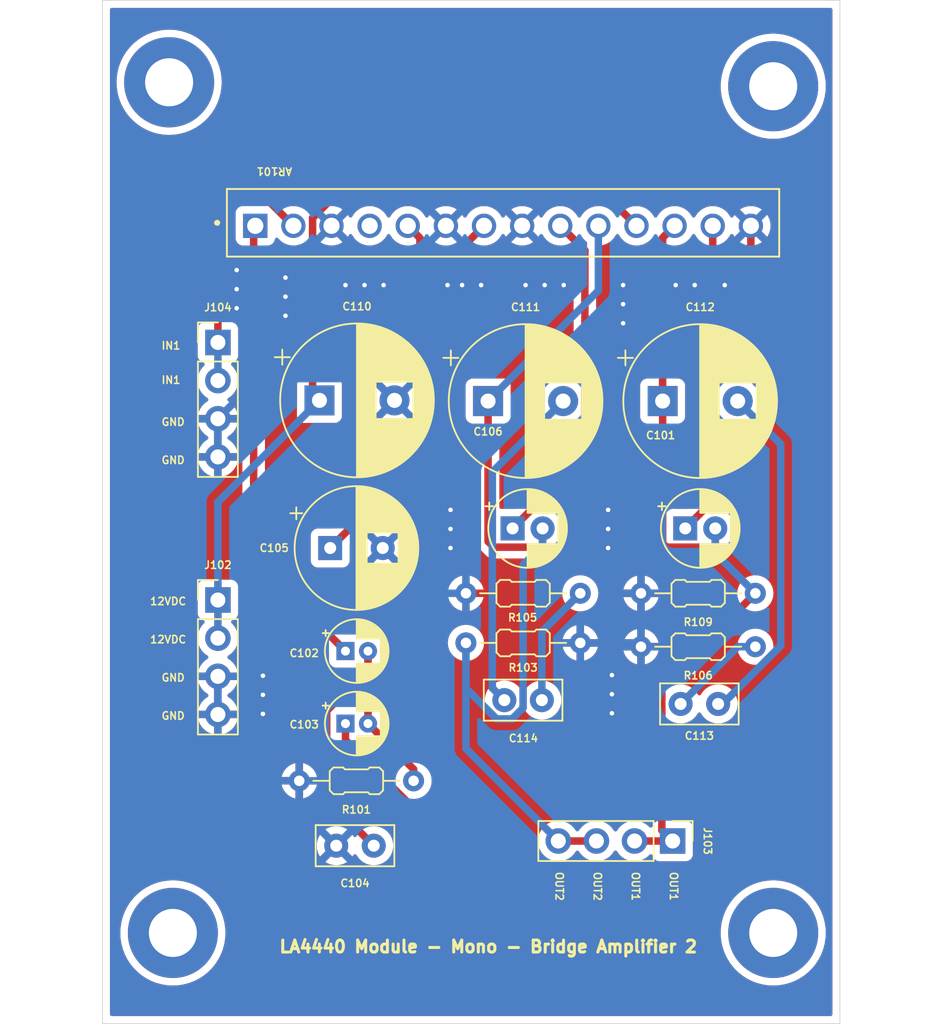
<source format=kicad_pcb>
(kicad_pcb (version 20221018) (generator pcbnew)
  (layers (0 "F.Cu" signal) (31 "B.Cu" signal) (34 "B.Paste" user) (35 "F.Paste" user) (36 "B.SilkS" user "B.Silkscreen") (37 "F.SilkS" user "F.Silkscreen") (38 "B.Mask" user) (39 "F.Mask" user) (44 "Edge.Cuts" user))
  (net 0 "")
  (net 1 "NF1")
  (net 2 "IN1")
  (net 3 "GND")
  (net 5 "D.C")
  (net 6 "NF2")
  (net 7 "B.S2")
  (net 8 "OUT2")
  (net 9 "+12VDC")
  (net 10 "OUT1")
  (net 11 "B.S1")
  (net 12 "Net-(R101-+)")
  (net 13 "Net-(C111-Pad2)")
  (net 14 "Net-(C112-Pad2)")
  (net 15 "Net-(R106-+)")
  (net 16 "Net-(R105-+)")
  (footprint "Connector_PinHeader_2.54mm:PinHeader_1x04_P2.54mm_Vertical" (layer "F.Cu") (at 128 79.315)
    (fp_text reference "J104" (at 0 -2.33 unlocked) (layer "F.SilkS") (effects (font (size 0.5 0.5) (thickness 0.1))))
    (fp_text value "PINHD_1x4_Male")
    (pad "1" thru_hole rect (at 0 0) (size 1.7 1.7) (drill 1) (layers "*.Cu" "*.Mask") (net 2 "IN1"))
    (pad "2" thru_hole oval (at 0 2.54) (size 1.7 1.7) (drill 1) (layers "*.Cu" "*.Mask") (net 2 "IN1"))
    (pad "3" thru_hole oval (at 0 5.08) (size 1.7 1.7) (drill 1) (layers "*.Cu" "*.Mask") (net 3 "GND"))
    (pad "4" thru_hole oval (at 0 7.62) (size 1.7 1.7) (drill 1) (layers "*.Cu" "*.Mask") (net 3 "GND"))
  )
  (footprint "Capacitor_THT:CP_Radial_D5.0mm_P2.00mm" (layer "F.Cu") (at 159.138832 91.694)
    (fp_text reference "C101" (at -1.638832 -6.194 unlocked) (layer "F.SilkS") (effects (font (size 0.5 0.5) (thickness 0.1))))
    (fp_text value "100uF_10V")
    (pad "1" thru_hole rect (at 0 0) (size 1.6 1.6) (drill 0.8) (layers "*.Cu" "*.Mask") (net 11 "B.S1"))
    (pad "2" thru_hole circle (at 2 0) (size 1.6 1.6) (drill 0.8) (layers "*.Cu" "*.Mask") (net 10 "OUT1"))
  )
  (footprint "Capacitor_THT:C_Disc_D5.0mm_W2.5mm_P2.50mm" (layer "F.Cu") (at 161.329775 103.378 180)
    (fp_text reference "C113" (at 1.25 -2.122 unlocked) (layer "F.SilkS") (effects (font (size 0.5 0.5) (thickness 0.1))))
    (fp_text value "0.1uF_Polyester_film")
    (pad "1" thru_hole circle (at 0 0 180) (size 1.6 1.6) (drill 0.8) (layers "*.Cu" "*.Mask") (net 14 "Net-(C112-Pad2)"))
    (pad "2" thru_hole circle (at 2.5 0 180) (size 1.6 1.6) (drill 0.8) (layers "*.Cu" "*.Mask") (net 15 "Net-(R106-+)"))
  )
  (footprint "PCM_SL_Mechanical:MountingHole_3.2mm_With_Spacer_H10mm" (layer "F.Cu") (at 124.75 62)
    (fp_text reference "H104" hide)
    (fp_text value "M3_Hole_With_Spacer_H10mm")
    (pad "1" thru_hole circle (at 0 0) (size 6 6) (drill 3.2) (layers "*.Cu" "*.Mask"))
  )
  (footprint "Capacitor_THT:CP_Radial_D10.0mm_P5.00mm" (layer "F.Cu") (at 134.767323 83.172379)
    (fp_text reference "C110" (at 2.5 -6.25 unlocked) (layer "F.SilkS") (effects (font (size 0.5 0.5) (thickness 0.1))))
    (fp_text value "1000uF_16V")
    (pad "1" thru_hole rect (at 0 0) (size 2 2) (drill 1) (layers "*.Cu" "*.Mask") (net 9 "+12VDC"))
    (pad "2" thru_hole circle (at 5 0) (size 2 2) (drill 1) (layers "*.Cu" "*.Mask") (net 3 "GND"))
  )
  (footprint "PCM_Resistor_THT_AKL:R_Axial_DIN0204_L3.6mm_D1.6mm_P7.62mm_Horizontal" (layer "F.Cu") (at 144.526 99.314)
    (fp_text reference "R103" (at 3.81 1.651 unlocked) (layer "F.SilkS") (effects (font (size 0.5 0.5) (thickness 0.1))))
    (fp_text value "430R" hide)
    (pad "1" thru_hole circle (at 0 0) (size 1.4 1.4) (drill 0.7) (layers "*.Cu" "*.Mask") (net 8 "OUT2"))
    (pad "2" thru_hole oval (at 7.62 0) (size 1.4 1.4) (drill 0.7) (layers "*.Cu" "*.Mask") (net 3 "GND"))
  )
  (footprint "PCM_SL_Mechanical:MountingHole_3.2mm_With_Spacer_H10mm" (layer "F.Cu") (at 125 118.619)
    (fp_text reference "H102" hide)
    (fp_text value "M3_Hole_With_Spacer_H10mm")
    (pad "1" thru_hole circle (at 0 0) (size 6 6) (drill 3.2) (layers "*.Cu" "*.Mask"))
  )
  (footprint "Capacitor_THT:CP_Radial_D8.0mm_P3.50mm" (layer "F.Cu") (at 135.482349 93)
    (fp_text reference "C105" (at -3.732349 0 unlocked) (layer "F.SilkS") (effects (font (size 0.5 0.5) (thickness 0.1))))
    (fp_text value "220uF_16V")
    (pad "1" thru_hole rect (at 0 0) (size 1.6 1.6) (drill 0.8) (layers "*.Cu" "*.Mask") (net 5 "D.C"))
    (pad "2" thru_hole circle (at 3.5 0) (size 1.6 1.6) (drill 0.8) (layers "*.Cu" "*.Mask") (net 3 "GND"))
  )
  (footprint "Capacitor_THT:CP_Radial_D10.0mm_P5.00mm" (layer "F.Cu") (at 157.632323 83.218056)
    (fp_text reference "C112" (at 2.5 -6.25 unlocked) (layer "F.SilkS") (effects (font (size 0.5 0.5) (thickness 0.1))))
    (fp_text value "1000uF_16V")
    (pad "1" thru_hole rect (at 0 0) (size 2 2) (drill 1) (layers "*.Cu" "*.Mask") (net 10 "OUT1"))
    (pad "2" thru_hole circle (at 5 0) (size 2 2) (drill 1) (layers "*.Cu" "*.Mask") (net 14 "Net-(C112-Pad2)"))
  )
  (footprint "PCM_SL_Mechanical:MountingHole_3.2mm_With_Spacer_H10mm" (layer "F.Cu") (at 165 62.263056)
    (fp_text reference "H101" hide)
    (fp_text value "M3_Hole_With_Spacer_H10mm")
    (pad "1" thru_hole circle (at 0 0) (size 6 6) (drill 3.2) (layers "*.Cu" "*.Mask"))
  )
  (footprint "PCM_Resistor_THT_AKL:R_Axial_DIN0204_L3.6mm_D1.6mm_P7.62mm_Horizontal" (layer "F.Cu") (at 163.81 96.012 180)
    (fp_text reference "R109" (at 3.81 -1.92 unlocked) (layer "F.SilkS") (effects (font (size 0.5 0.5) (thickness 0.1))))
    (fp_text value "430R" hide)
    (pad "1" thru_hole circle (at 0 0 180) (size 1.4 1.4) (drill 0.7) (layers "*.Cu" "*.Mask") (net 10 "OUT1"))
    (pad "2" thru_hole oval (at 7.62 0 180) (size 1.4 1.4) (drill 0.7) (layers "*.Cu" "*.Mask") (net 3 "GND"))
  )
  (footprint "Capacitor_THT:CP_Radial_D4.0mm_P1.50mm" (layer "F.Cu") (at 136.5 104.684)
    (fp_text reference "C103" (at -2.75 0.066 unlocked) (layer "F.SilkS") (effects (font (size 0.5 0.5) (thickness 0.1))))
    (fp_text value "47uF_6.3V")
    (pad "1" thru_hole rect (at 0 0) (size 1.2 1.2) (drill 0.6) (layers "*.Cu" "*.Mask") (net 6 "NF2"))
    (pad "2" thru_hole circle (at 1.5 0) (size 1.2 1.2) (drill 0.6) (layers "*.Cu" "*.Mask") (net 12 "Net-(R101-+)"))
  )
  (footprint "Capacitor_THT:CP_Radial_D10.0mm_P5.00mm" (layer "F.Cu") (at 146.001379 83.218056)
    (fp_text reference "C111" (at 2.5 -6.25 unlocked) (layer "F.SilkS") (effects (font (size 0.5 0.5) (thickness 0.1))))
    (fp_text value "1000uF_16V")
    (pad "1" thru_hole rect (at 0 0) (size 2 2) (drill 1) (layers "*.Cu" "*.Mask") (net 8 "OUT2"))
    (pad "2" thru_hole circle (at 5 0) (size 2 2) (drill 1) (layers "*.Cu" "*.Mask") (net 13 "Net-(C111-Pad2)"))
  )
  (footprint "Capacitor_THT:CP_Radial_D4.0mm_P1.50mm" (layer "F.Cu") (at 136.5 99.858)
    (fp_text reference "C102" (at -2.75 0.142 unlocked) (layer "F.SilkS") (effects (font (size 0.5 0.5) (thickness 0.1))))
    (fp_text value "47uF_6.3V")
    (pad "1" thru_hole rect (at 0 0) (size 1.2 1.2) (drill 0.6) (layers "*.Cu" "*.Mask") (net 1 "NF1"))
    (pad "2" thru_hole circle (at 1.5 0) (size 1.2 1.2) (drill 0.6) (layers "*.Cu" "*.Mask") (net 12 "Net-(R101-+)"))
  )
  (footprint "Capacitor_THT:C_Disc_D5.0mm_W2.5mm_P2.50mm" (layer "F.Cu") (at 138.385 112.812 180)
    (fp_text reference "C104" (at 1.25 -2.5 unlocked) (layer "F.SilkS") (effects (font (size 0.5 0.5) (thickness 0.1))))
    (fp_text value "4.7nF_Ceramic")
    (pad "1" thru_hole circle (at 0 0 180) (size 1.6 1.6) (drill 0.8) (layers "*.Cu" "*.Mask") (net 12 "Net-(R101-+)"))
    (pad "2" thru_hole circle (at 2.5 0 180) (size 1.6 1.6) (drill 0.8) (layers "*.Cu" "*.Mask") (net 3 "GND"))
  )
  (footprint "PCM_Resistor_THT_AKL:R_Axial_DIN0204_L3.6mm_D1.6mm_P7.62mm_Horizontal" (layer "F.Cu") (at 163.81 99.568 180)
    (fp_text reference "R106" (at 3.81 -1.92 unlocked) (layer "F.SilkS") (effects (font (size 0.5 0.5) (thickness 0.1))))
    (fp_text value "4.7R" hide)
    (pad "1" thru_hole circle (at 0 0 180) (size 1.4 1.4) (drill 0.7) (layers "*.Cu" "*.Mask") (net 15 "Net-(R106-+)"))
    (pad "2" thru_hole oval (at 7.62 0 180) (size 1.4 1.4) (drill 0.7) (layers "*.Cu" "*.Mask") (net 3 "GND"))
  )
  (footprint "PCM_Resistor_THT_AKL:R_Axial_DIN0204_L3.6mm_D1.6mm_P7.62mm_Horizontal" (layer "F.Cu") (at 152.146 96.012 180)
    (fp_text reference "R105" (at 3.843056 -1.617944 unlocked) (layer "F.SilkS") (effects (font (size 0.5 0.5) (thickness 0.1))))
    (fp_text value "4.7R" hide)
    (pad "1" thru_hole circle (at 0 0 180) (size 1.4 1.4) (drill 0.7) (layers "*.Cu" "*.Mask") (net 16 "Net-(R105-+)"))
    (pad "2" thru_hole oval (at 7.62 0 180) (size 1.4 1.4) (drill 0.7) (layers "*.Cu" "*.Mask") (net 3 "GND"))
  )
  (footprint "PCM_SL_Mechanical:MountingHole_3.2mm_With_Spacer_H10mm" (layer "F.Cu") (at 165 118.619)
    (fp_text reference "H103" hide)
    (fp_text value "M3_Hole_With_Spacer_H10mm")
    (pad "1" thru_hole circle (at 0 0) (size 6 6) (drill 3.2) (layers "*.Cu" "*.Mask"))
  )
  (footprint "Connector_PinHeader_2.54mm:PinHeader_1x04_P2.54mm_Vertical" (layer "F.Cu") (at 128 96.46)
    (fp_text reference "J102" (at 0 -2.33 unlocked) (layer "F.SilkS") (effects (font (size 0.5 0.5) (thickness 0.1))))
    (fp_text value "PINHD_1x4_Male")
    (pad "1" thru_hole rect (at 0 0) (size 1.7 1.7) (drill 1) (layers "*.Cu" "*.Mask") (net 9 "+12VDC"))
    (pad "2" thru_hole oval (at 0 2.54) (size 1.7 1.7) (drill 1) (layers "*.Cu" "*.Mask") (net 9 "+12VDC"))
    (pad "3" thru_hole oval (at 0 5.08) (size 1.7 1.7) (drill 1) (layers "*.Cu" "*.Mask") (net 3 "GND"))
    (pad "4" thru_hole oval (at 0 7.62) (size 1.7 1.7) (drill 1) (layers "*.Cu" "*.Mask") (net 3 "GND"))
  )
  (footprint "Connector_PinHeader_2.54mm:PinHeader_1x04_P2.54mm_Vertical" (layer "F.Cu") (at 158.3 112.5 -90)
    (fp_text reference "J103" (at 0 -2.33 -90 unlocked) (layer "F.SilkS") (effects (font (size 0.5 0.5) (thickness 0.1))))
    (fp_text value "PINHD_1x4_Male")
    (pad "1" thru_hole rect (at 0 0 270) (size 1.7 1.7) (drill 1) (layers "*.Cu" "*.Mask") (net 10 "OUT1"))
    (pad "2" thru_hole oval (at 0 2.54 270) (size 1.7 1.7) (drill 1) (layers "*.Cu" "*.Mask") (net 10 "OUT1"))
    (pad "3" thru_hole oval (at 0 5.08 270) (size 1.7 1.7) (drill 1) (layers "*.Cu" "*.Mask") (net 8 "OUT2"))
    (pad "4" thru_hole oval (at 0 7.62 270) (size 1.7 1.7) (drill 1) (layers "*.Cu" "*.Mask") (net 8 "OUT2"))
  )
  (footprint "Library:LA4440" (layer "F.Cu") (at 147 71.353056)
    (fp_text reference "AR101" (at -15.24 -3.429 -180 unlocked) (layer "F.SilkS") (effects (font (size 0.5 0.5) (thickness 0.1))))
    (fp_text value "LA4440")
    (pad "1" thru_hole rect (at -16.51 0.2) (size 1.62 1.62) (drill 1.08) (layers "*.Cu" "*.Mask") (net 1 "NF1"))
    (pad "2" thru_hole circle (at -13.97 0.2) (size 1.62 1.62) (drill 1.08) (layers "*.Cu" "*.Mask") (net 2 "IN1"))
    (pad "3" thru_hole circle (at -11.43 0.2) (size 1.62 1.62) (drill 1.08) (layers "*.Cu" "*.Mask") (net 3 "GND"))
    (pad "4" thru_hole circle (at -8.89 0.2) (size 1.62 1.62) (drill 1.08) (layers "*.Cu" "*.Mask"))
    (pad "5" thru_hole circle (at -6.35 0.2) (size 1.62 1.62) (drill 1.08) (layers "*.Cu" "*.Mask") (net 5 "D.C"))
    (pad "6" thru_hole circle (at -3.81 0.2) (size 1.62 1.62) (drill 1.08) (layers "*.Cu" "*.Mask") (net 3 "GND"))
    (pad "7" thru_hole circle (at -1.27 0.2) (size 1.62 1.62) (drill 1.08) (layers "*.Cu" "*.Mask") (net 6 "NF2"))
    (pad "8" thru_hole circle (at 1.27 0.2) (size 1.62 1.62) (drill 1.08) (layers "*.Cu" "*.Mask") (net 3 "GND"))
    (pad "9" thru_hole circle (at 3.81 0.2) (size 1.62 1.62) (drill 1.08) (layers "*.Cu" "*.Mask") (net 7 "B.S2"))
    (pad "10" thru_hole circle (at 6.35 0.2) (size 1.62 1.62) (drill 1.08) (layers "*.Cu" "*.Mask") (net 8 "OUT2"))
    (pad "11" thru_hole circle (at 8.89 0.2) (size 1.62 1.62) (drill 1.08) (layers "*.Cu" "*.Mask") (net 9 "+12VDC"))
    (pad "12" thru_hole circle (at 11.43 0.2) (size 1.62 1.62) (drill 1.08) (layers "*.Cu" "*.Mask") (net 10 "OUT1"))
    (pad "13" thru_hole circle (at 13.97 0.2) (size 1.62 1.62) (drill 1.08) (layers "*.Cu" "*.Mask") (net 11 "B.S1"))
    (pad "14" thru_hole circle (at 16.51 0.2) (size 1.62 1.62) (drill 1.08) (layers "*.Cu" "*.Mask") (net 3 "GND"))
  )
  (footprint "Capacitor_THT:CP_Radial_D5.0mm_P2.00mm" (layer "F.Cu") (at 147.634888 91.694)
    (fp_text reference "C106" (at -1.634888 -6.444 unlocked) (layer "F.SilkS") (effects (font (size 0.5 0.5) (thickness 0.1))))
    (fp_text value "100uF_10V")
    (pad "1" thru_hole rect (at 0 0) (size 1.6 1.6) (drill 0.8) (layers "*.Cu" "*.Mask") (net 7 "B.S2"))
    (pad "2" thru_hole circle (at 2 0) (size 1.6 1.6) (drill 0.8) (layers "*.Cu" "*.Mask") (net 8 "OUT2"))
  )
  (footprint "Capacitor_THT:C_Disc_D5.0mm_W2.5mm_P2.50mm" (layer "F.Cu") (at 147.086 103.124)
    (fp_text reference "C114" (at 1.27 2.54 unlocked) (layer "F.SilkS") (effects (font (size 0.5 0.5) (thickness 0.1))))
    (fp_text value "0.1uF_Polyester_film")
    (pad "1" thru_hole circle (at 0 0) (size 1.6 1.6) (drill 0.8) (layers "*.Cu" "*.Mask") (net 13 "Net-(C111-Pad2)"))
    (pad "2" thru_hole circle (at 2.5 0) (size 1.6 1.6) (drill 0.8) (layers "*.Cu" "*.Mask") (net 16 "Net-(R105-+)"))
  )
  (footprint "PCM_Resistor_THT_AKL:R_Axial_DIN0204_L3.6mm_D1.6mm_P7.62mm_Horizontal" (layer "F.Cu") (at 141.038944 108.494 180)
    (fp_text reference "R101" (at 3.81 -1.92 unlocked) (layer "F.SilkS") (effects (font (size 0.5 0.5) (thickness 0.1))))
    (fp_text value "1k5" hide)
    (pad "1" thru_hole circle (at 0 0 180) (size 1.4 1.4) (drill 0.7) (layers "*.Cu" "*.Mask") (net 12 "Net-(R101-+)"))
    (pad "2" thru_hole oval (at 7.62 0 180) (size 1.4 1.4) (drill 0.7) (layers "*.Cu" "*.Mask") (net 3 "GND"))
  )
  (gr_rect (start 120.309056 56.548056) (end 169.444056 124.653056) (stroke (width 0.05)) (fill none) (layer "Edge.Cuts"))
  (gr_text "GND" (at 124.19 84.903) (layer "F.SilkS") (effects (font (size 0.5 0.5) (thickness 0.1) bold) (justify left bottom)))
  (gr_text "IN1" (at 124.19 79.823) (layer "F.SilkS") (effects (font (size 0.5 0.5) (thickness 0.1) bold) (justify left bottom)))
  (gr_text "OUT2" (at 150.46 114.5 -90) (layer "F.SilkS") (effects (font (size 0.5 0.5) (thickness 0.1) bold) (justify left bottom)))
  (gr_text "GND" (at 124.19 104.461) (layer "F.SilkS") (effects (font (size 0.5 0.5) (thickness 0.1) bold) (justify left bottom)))
  (gr_text "IN1" (at 124.19 82.109) (layer "F.SilkS") (effects (font (size 0.5 0.5) (thickness 0.1) bold) (justify left bottom)))
  (gr_text "OUT1" (at 158.08 114.5 -90) (layer "F.SilkS") (effects (font (size 0.5 0.5) (thickness 0.1) bold) (justify left bottom)))
  (gr_text "GND" (at 124.19 101.921) (layer "F.SilkS") (effects (font (size 0.5 0.5) (thickness 0.1) bold) (justify left bottom)))
  (gr_text "GND" (at 124.19 87.443) (layer "F.SilkS") (effects (font (size 0.5 0.5) (thickness 0.1) bold) (justify left bottom)))
  (gr_text "LA4440 Module - Mono - Bridge Amplifier 2" (at 132 120) (layer "F.SilkS") (effects (font (size 0.8 0.8) (thickness 0.2) bold) (justify left bottom)))
  (gr_text "12VDC" (at 123.428 99.381) (layer "F.SilkS") (effects (font (size 0.5 0.5) (thickness 0.1) bold) (justify left bottom)))
  (gr_text "12VDC" (at 123.428 96.841) (layer "F.SilkS") (effects (font (size 0.5 0.5) (thickness 0.1) bold) (justify left bottom)))
  (gr_text "OUT2" (at 153 114.5 -90) (layer "F.SilkS") (effects (font (size 0.5 0.5) (thickness 0.1) bold) (justify left bottom)))
  (gr_text "OUT1" (at 155.54 114.5 -90) (layer "F.SilkS") (effects (font (size 0.5 0.5) (thickness 0.1) bold) (justify left bottom)))
  (segment (start 130.384165 93.742165) (end 136.5 99.858) (width 0.5) (layer "F.Cu") (net 1))
  (segment (start 130.384165 71.658891) (end 130.384165 93.742165) (width 0.5) (layer "F.Cu") (net 1))
  (segment (start 130.49 71.553056) (end 130.384165 71.658891) (width 0.5) (layer "F.Cu") (net 1))
  (segment (start 133.03 71.553056) (end 130.976944 69.5) (width 0.5) (layer "F.Cu") (net 2))
  (segment (start 130.976944 69.5) (end 129 69.5) (width 0.5) (layer "F.Cu") (net 2))
  (segment (start 128 70.5) (end 128 79.315) (width 0.5) (layer "F.Cu") (net 2))
  (segment (start 129 69.5) (end 128 70.5) (width 0.5) (layer "F.Cu") (net 2))
  (segment (start 128 79.315) (end 128 81.855) (width 0.5) (layer "B.Cu") (net 2))
  (segment (start 146.216944 69.5) (end 148.27 71.553056) (width 0.5) (layer "F.Cu") (net 3))
  (segment (start 163.51 71.553056) (end 163.51 73.76) (width 0.5) (layer "F.Cu") (net 3))
  (segment (start 137.623056 69.5) (end 141.136944 69.5) (width 0.5) (layer "F.Cu") (net 3))
  (segment (start 128 104.08) (end 130.96 104.08) (width 0.5) (layer "F.Cu") (net 3))
  (segment (start 145.243056 69.5) (end 146.216944 69.5) (width 0.5) (layer "F.Cu") (net 3))
  (segment (start 163.51 73.76) (end 161.77 75.5) (width 0.5) (layer "F.Cu") (net 3))
  (segment (start 130.96 104.08) (end 131 104.04) (width 0.5) (layer "F.Cu") (net 3))
  (segment (start 135.57 71.553056) (end 137.623056 69.5) (width 0.5) (layer "F.Cu") (net 3))
  (segment (start 133.418944 110.345944) (end 133.418944 108.494) (width 0.5) (layer "F.Cu") (net 3))
  (segment (start 143.19 71.553056) (end 145.243056 69.5) (width 0.5) (layer "F.Cu") (net 3))
  (segment (start 135.885 112.812) (end 133.418944 110.345944) (width 0.5) (layer "F.Cu") (net 3))
  (segment (start 141.136944 69.5) (end 143.19 71.553056) (width 0.5) (layer "F.Cu") (net 3))
  (via (at 132.5 75) (size 0.6) (drill 0.3) (layers "F.Cu" "B.Cu") (net 3))
  (via (at 129.25 75.77) (size 0.6) (drill 0.3) (layers "F.Cu" "B.Cu") (net 3))
  (via (at 137.77 75.5) (size 0.6) (drill 0.3) (layers "F.Cu" "B.Cu") (net 3))
  (via (at 154 90.46) (size 0.6) (drill 0.3) (layers "F.Cu" "B.Cu") (net 3))
  (via (at 144.27 75.5) (size 0.6) (drill 0.3) (layers "F.Cu" "B.Cu") (net 3))
  (via (at 139.04 75.5) (size 0.6) (drill 0.3) (layers "F.Cu" "B.Cu") (net 3))
  (via (at 136.5 75.5) (size 0.6) (drill 0.3) (layers "F.Cu" "B.Cu") (net 3))
  (via (at 154 91.73) (size 0.6) (drill 0.3) (layers "F.Cu" "B.Cu") (net 3))
  (via (at 143.5 91.73) (size 0.6) (drill 0.3) (layers "F.Cu" "B.Cu") (net 3))
  (via (at 155 75.5) (size 0.6) (drill 0.3) (layers "F.Cu" "B.Cu") (net 3))
  (via (at 159.77 75.5) (size 0.6) (drill 0.3) (layers "F.Cu" "B.Cu") (net 3))
  (via (at 154.25 102.73) (size 0.6) (drill 0.3) (layers "F.Cu" "B.Cu") (net 3))
  (via (at 154.25 104) (size 0.6) (drill 0.3) (layers "F.Cu" "B.Cu") (net 3))
  (via (at 154 93) (size 0.6) (drill 0.3) (layers "F.Cu" "B.Cu") (net 3))
  (via (at 155 78.04) (size 0.6) (drill 0.3) (layers "F.Cu" "B.Cu") (net 3))
  (via (at 143.5 93) (size 0.6) (drill 0.3) (layers "F.Cu" "B.Cu") (net 3))
  (via (at 132.5 77.54) (size 0.6) (drill 0.3) (layers "F.Cu" "B.Cu") (net 3))
  (via (at 161.77 75.5) (size 0.6) (drill 0.3) (layers "F.Cu" "B.Cu") (net 3))
  (via (at 148.5 75.5) (size 0.6) (drill 0.3) (layers "F.Cu" "B.Cu") (net 3))
  (via (at 154.25 101.46) (size 0.6) (drill 0.3) (layers "F.Cu" "B.Cu") (net 3))
  (via (at 143.5 90.46) (size 0.6) (drill 0.3) (layers "F.Cu" "B.Cu") (net 3))
  (via (at 149.77 75.5) (size 0.6) (drill 0.3) (layers "F.Cu" "B.Cu") (net 3))
  (via (at 129.25 74.5) (size 0.6) (drill 0.3) (layers "F.Cu" "B.Cu") (net 3))
  (via (at 131 101.5) (size 0.6) (drill 0.3) (layers "F.Cu" "B.Cu") (net 3))
  (via (at 145.54 75.5) (size 0.6) (drill 0.3) (layers "F.Cu" "B.Cu") (net 3))
  (via (at 131 102.77) (size 0.6) (drill 0.3) (layers "F.Cu" "B.Cu") (net 3))
  (via (at 131 104.04) (size 0.6) (drill 0.3) (layers "F.Cu" "B.Cu") (net 3))
  (via (at 151.04 75.5) (size 0.6) (drill 0.3) (layers "F.Cu" "B.Cu") (net 3))
  (via (at 129.25 77.04) (size 0.6) (drill 0.3) (layers "F.Cu" "B.Cu") (net 3))
  (via (at 132.5 76.27) (size 0.6) (drill 0.3) (layers "F.Cu" "B.Cu") (net 3))
  (via (at 143.3 75.5) (size 0.6) (drill 0.3) (layers "F.Cu" "B.Cu") (net 3))
  (via (at 158.5 75.5) (size 0.6) (drill 0.3) (layers "F.Cu" "B.Cu") (net 3))
  (via (at 155 76.77) (size 0.6) (drill 0.3) (layers "F.Cu" "B.Cu") (net 3))
  (segment (start 138.317323 81.722379) (end 139.767323 83.172379) (width 0.5) (layer "B.Cu") (net 3))
  (segment (start 155.936 99.314) (end 156.19 99.568) (width 0.5) (layer "B.Cu") (net 3))
  (segment (start 128 84.395) (end 130.672621 81.722379) (width 0.5) (layer "B.Cu") (net 3))
  (segment (start 130.672621 81.722379) (end 138.317323 81.722379) (width 0.5) (layer "B.Cu") (net 3))
  (segment (start 128 101.54) (end 128 104.08) (width 0.5) (layer "B.Cu") (net 3))
  (segment (start 152.146 99.314) (end 155.936 99.314) (width 0.5) (layer "B.Cu") (net 3))
  (segment (start 156.19 96.012) (end 156.19 99.568) (width 0.5) (layer "B.Cu") (net 3))
  (segment (start 128 84.395) (end 128 86.935) (width 0.5) (layer "B.Cu") (net 3))
  (segment (start 140.65 71.553056) (end 141.459999 72.363055) (width 0.5) (layer "F.Cu") (net 5))
  (segment (start 141.459999 72.363055) (end 141.459999 87.02235) (width 0.5) (layer "F.Cu") (net 5))
  (segment (start 141.459999 87.02235) (end 135.482349 93) (width 0.5) (layer "F.Cu") (net 5))
  (segment (start 136.5 105.784) (end 141.858 111.142) (width 0.5) (layer "F.Cu") (net 6))
  (segment (start 142.5 74.783056) (end 145.73 71.553056) (width 0.5) (layer "F.Cu") (net 6))
  (segment (start 141.858 111.142) (end 142.5 110.5) (width 0.5) (layer "F.Cu") (net 6))
  (segment (start 136.5 104.684) (end 136.5 105.784) (width 0.5) (layer "F.Cu") (net 6))
  (segment (start 142.5 110.5) (end 142.5 74.783056) (width 0.5) (layer "F.Cu") (net 6))
  (segment (start 152.451379 73.194435) (end 152.451379 86.877509) (width 0.5) (layer "F.Cu") (net 7))
  (segment (start 150.81 71.553056) (end 152.451379 73.194435) (width 0.5) (layer "F.Cu") (net 7))
  (segment (start 152.451379 86.877509) (end 147.634888 91.694) (width 0.5) (layer "F.Cu") (net 7))
  (segment (start 146.384888 92.944) (end 149.516258 92.944) (width 0.5) (layer "F.Cu") (net 8))
  (segment (start 153.22 112.5) (end 150.68 112.5) (width 0.5) (layer "F.Cu") (net 8))
  (segment (start 149.634888 92.82537) (end 149.634888 91.694) (width 0.5) (layer "F.Cu") (net 8))
  (segment (start 146.001379 92.560491) (end 146.384888 92.944) (width 0.5) (layer "F.Cu") (net 8))
  (segment (start 149.516258 92.944) (end 149.634888 92.82537) (width 0.5) (layer "F.Cu") (net 8))
  (segment (start 146.001379 83.218056) (end 146.001379 92.560491) (width 0.5) (layer "F.Cu") (net 8))
  (segment (start 147.603767 104.374) (end 148.336 103.641767) (width 0.5) (layer "B.Cu") (net 8))
  (segment (start 144.526 106.346) (end 150.68 112.5) (width 0.5) (layer "B.Cu") (net 8))
  (segment (start 148.336 103.641767) (end 148.336 94.124258) (width 0.5) (layer "B.Cu") (net 8))
  (segment (start 149.634888 92.82537) (end 149.634888 91.694) (width 0.5) (layer "B.Cu") (net 8))
  (segment (start 144.526 99.314) (end 144.526 106.346) (width 0.5) (layer "B.Cu") (net 8))
  (segment (start 146.568233 104.374) (end 147.603767 104.374) (width 0.5) (layer "B.Cu") (net 8))
  (segment (start 148.336 94.124258) (end 149.634888 92.82537) (width 0.5) (layer "B.Cu") (net 8))
  (segment (start 144.526 99.314) (end 144.526 102.331767) (width 0.5) (layer "B.Cu") (net 8))
  (segment (start 144.526 102.331767) (end 146.568233 104.374) (width 0.5) (layer "B.Cu") (net 8))
  (segment (start 153.35 71.553056) (end 153.35 75.869435) (width 0.5) (layer "B.Cu") (net 8))
  (segment (start 153.35 75.869435) (end 146.001379 83.218056) (width 0.5) (layer "B.Cu") (net 8))
  (segment (start 136.841146 68.5) (end 134.31 71.031146) (width 0.5) (layer "F.Cu") (net 9))
  (segment (start 134.31 82.715056) (end 134.767323 83.172379) (width 0.5) (layer "F.Cu") (net 9))
  (segment (start 155.89 71.553056) (end 152.836944 68.5) (width 0.5) (layer "F.Cu") (net 9))
  (segment (start 152.836944 68.5) (end 136.841146 68.5) (width 0.5) (layer "F.Cu") (net 9))
  (segment (start 134.31 71.031146) (end 134.31 82.715056) (width 0.5) (layer "F.Cu") (net 9))
  (segment (start 128 96.46) (end 128 99) (width 0.5) (layer "B.Cu") (net 9))
  (segment (start 128 96.46) (end 128 89.939702) (width 0.5) (layer "B.Cu") (net 9))
  (segment (start 128 89.939702) (end 134.767323 83.172379) (width 0.5) (layer "B.Cu") (net 9))
  (segment (start 157.632323 83.218056) (end 157.632323 92.687491) (width 0.5) (layer "F.Cu") (net 10))
  (segment (start 157.888832 92.944) (end 161.020202 92.944) (width 0.5) (layer "F.Cu") (net 10))
  (segment (start 157.579775 111.779775) (end 157.579775 102.242225) (width 0.5) (layer "F.Cu") (net 10))
  (segment (start 158.43 71.553056) (end 157.632323 72.350733) (width 0.5) (layer "F.Cu") (net 10))
  (segment (start 161.138832 92.82537) (end 161.138832 91.694) (width 0.5) (layer "F.Cu") (net 10))
  (segment (start 157.632323 92.687491) (end 157.888832 92.944) (width 0.5) (layer "F.Cu") (net 10))
  (segment (start 158.3 112.5) (end 155.76 112.5) (width 0.5) (layer "F.Cu") (net 10))
  (segment (start 157.579775 102.242225) (end 163.81 96.012) (width 0.5) (layer "F.Cu") (net 10))
  (segment (start 158.3 112.5) (end 157.579775 111.779775) (width 0.5) (layer "F.Cu") (net 10))
  (segment (start 161.020202 92.944) (end 161.138832 92.82537) (width 0.5) (layer "F.Cu") (net 10))
  (segment (start 157.632323 72.350733) (end 157.632323 83.218056) (width 0.5) (layer "F.Cu") (net 10))
  (segment (start 161.138832 93.340832) (end 163.81 96.012) (width 0.5) (layer "B.Cu") (net 10))
  (segment (start 161.138832 91.694) (end 161.138832 93.340832) (width 0.5) (layer "B.Cu") (net 10))
  (segment (start 160.97 71.553056) (end 160.97 89.862832) (width 0.5) (layer "F.Cu") (net 11))
  (segment (start 160.97 89.862832) (end 159.138832 91.694) (width 0.5) (layer "F.Cu") (net 11))
  (segment (start 135.25 109.677) (end 138.385 112.812) (width 0.5) (layer "F.Cu") (net 12))
  (segment (start 135.25 103.834) (end 135.25 109.677) (width 0.5) (layer "F.Cu") (net 12))
  (segment (start 141.038944 107.722944) (end 141.038944 108.494) (width 0.5) (layer "F.Cu") (net 12))
  (segment (start 138 104.684) (end 138 99.858) (width 0.5) (layer "F.Cu") (net 12))
  (segment (start 138 104.684) (end 141.038944 107.722944) (width 0.5) (layer "F.Cu") (net 12))
  (segment (start 138 99.858) (end 138 101.084) (width 0.5) (layer "F.Cu") (net 12))
  (segment (start 138 101.084) (end 135.25 103.834) (width 0.5) (layer "F.Cu") (net 12))
  (segment (start 146.286001 87.933434) (end 151.001379 83.218056) (width 0.5) (layer "B.Cu") (net 13))
  (segment (start 147.086 103.124) (end 146.286001 102.324001) (width 0.5) (layer "B.Cu") (net 13))
  (segment (start 146.286001 102.324001) (end 146.286001 87.933434) (width 0.5) (layer "B.Cu") (net 13))
  (segment (start 161.626346 103.378) (end 161.329775 103.378) (width 0.5) (layer "B.Cu") (net 14))
  (segment (start 165.5 99.504346) (end 161.626346 103.378) (width 0.5) (layer "B.Cu") (net 14))
  (segment (start 162.632323 83.218056) (end 165.5 86.085733) (width 0.5) (layer "B.Cu") (net 14))
  (segment (start 165.5 86.085733) (end 165.5 99.504346) (width 0.5) (layer "B.Cu") (net 14))
  (segment (start 162.639775 99.568) (end 158.829775 103.378) (width 0.5) (layer "B.Cu") (net 15))
  (segment (start 163.81 99.568) (end 162.639775 99.568) (width 0.5) (layer "B.Cu") (net 15))
  (segment (start 149.586 98.572) (end 152.146 96.012) (width 0.5) (layer "B.Cu") (net 16))
  (segment (start 149.586 103.124) (end 149.586 98.572) (width 0.5) (layer "B.Cu") (net 16))
  (zone (net 3) (net_name "GND") (layers "F&B.Cu") (connect_pads (clearance 0.5)) (min_thickness 0.25) (fill yes (thermal_gap 0.5) (thermal_bridge_width 0.5))
    (polygon (pts (xy 120.309056 56.548056) (xy 169.444056 56.548056) (xy 169.444056 124.653056) (xy 120.309056 124.653056)))
  )
)
</source>
